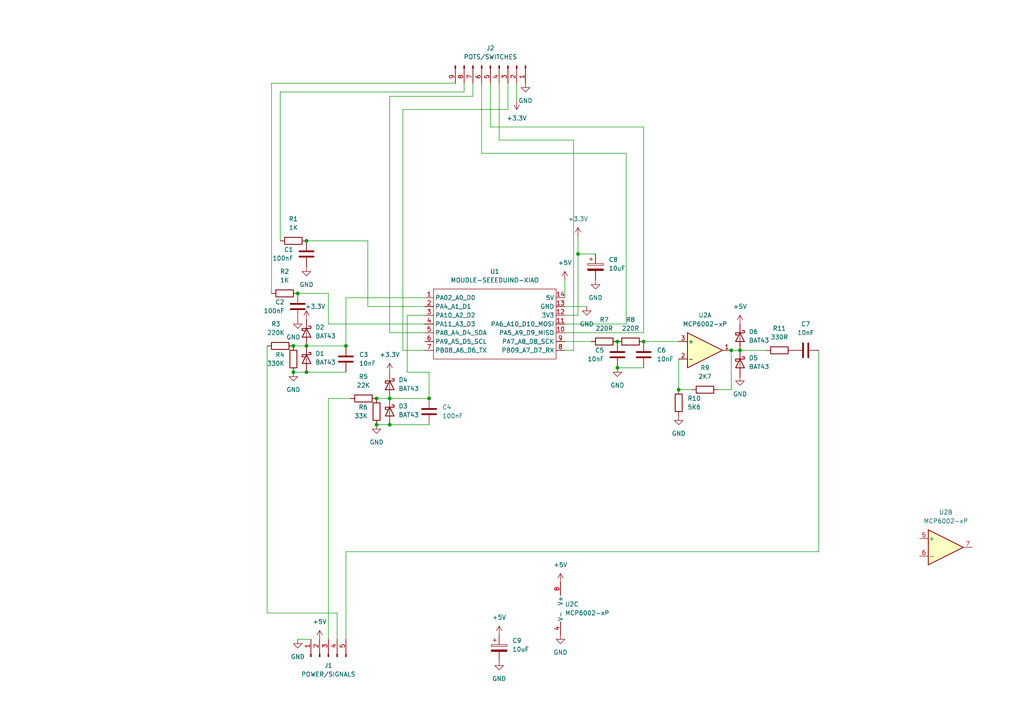
<source format=kicad_sch>
(kicad_sch (version 20230121) (generator eeschema)
  (paper "A4")
  (lib_symbols
    (symbol "Amplifier_Operational:MCP6002-xP" (pin_names (offset 0.127))
      (property "Reference" "U" (at 0 5.08 0))
      (property "Value" "MCP6002-xP" (at 0 -5.08 0))
      (symbol "MCP6002-xP_1_1"
        (polyline (pts (xy -5.08 5.08) (xy 5.08 0) (xy -5.08 -5.08) (xy -5.08 5.08)) (stroke (width 0.254)) (fill (type background)))
        (pin output line (at 7.62 0 180) (length 2.54) (name "~") (number "1"))
        (pin input line (at -7.62 -2.54 0) (length 2.54) (name "-") (number "2"))
        (pin input line (at -7.62 2.54 0) (length 2.54) (name "+") (number "3"))
      )
      (symbol "MCP6002-xP_2_1"
        (polyline (pts (xy -5.08 5.08) (xy 5.08 0) (xy -5.08 -5.08) (xy -5.08 5.08)) (stroke (width 0.254)) (fill (type background)))
        (pin input line (at -7.62 2.54 0) (length 2.54) (name "+") (number "5"))
        (pin input line (at -7.62 -2.54 0) (length 2.54) (name "-") (number "6"))
        (pin output line (at 7.62 0 180) (length 2.54) (name "~") (number "7"))
      )
      (symbol "MCP6002-xP_3_1"
        (pin power_in line (at -2.54 -7.62 90) (length 3.81) (name "V-") (number "4"))
        (pin power_in line (at -2.54 7.62 270) (length 3.81) (name "V+") (number "8"))
      )
    )
    (symbol "Connector:Conn_01x05_Pin" (pin_names (offset 1.016) hide)
      (property "Reference" "J" (at 0 7.62 0))
      (property "Value" "Conn_01x05_Pin" (at 0 -7.62 0))
      (symbol "Conn_01x05_Pin_1_1"
        (polyline (pts (xy 1.27 -5.08) (xy 0.8636 -5.08)) (stroke (width 0.1524)))
        (polyline (pts (xy 1.27 -2.54) (xy 0.8636 -2.54)) (stroke (width 0.1524)))
        (polyline (pts (xy 1.27 0) (xy 0.8636 0)) (stroke (width 0.1524)))
        (polyline (pts (xy 1.27 2.54) (xy 0.8636 2.54)) (stroke (width 0.1524)))
        (polyline (pts (xy 1.27 5.08) (xy 0.8636 5.08)) (stroke (width 0.1524)))
        (rectangle (start 0.8636 -4.953) (end 0 -5.207) (stroke (width 0.1524)) (fill (type outline)))
        (rectangle (start 0.8636 -2.413) (end 0 -2.667) (stroke (width 0.1524)) (fill (type outline)))
        (rectangle (start 0.8636 0.127) (end 0 -0.127) (stroke (width 0.1524)) (fill (type outline)))
        (rectangle (start 0.8636 2.667) (end 0 2.413) (stroke (width 0.1524)) (fill (type outline)))
        (rectangle (start 0.8636 5.207) (end 0 4.953) (stroke (width 0.1524)) (fill (type outline)))
        (pin passive line (at 5.08 5.08 180) (length 3.81) (name "Pin_1") (number "1"))
        (pin passive line (at 5.08 2.54 180) (length 3.81) (name "Pin_2") (number "2"))
        (pin passive line (at 5.08 0 180) (length 3.81) (name "Pin_3") (number "3"))
        (pin passive line (at 5.08 -2.54 180) (length 3.81) (name "Pin_4") (number "4"))
        (pin passive line (at 5.08 -5.08 180) (length 3.81) (name "Pin_5") (number "5"))
      )
    )
    (symbol "Connector:Conn_01x09_Pin" (pin_names (offset 1.016) hide)
      (property "Reference" "J" (at 0 12.7 0))
      (property "Value" "Conn_01x09_Pin" (at 0 -12.7 0))
      (symbol "Conn_01x09_Pin_1_1"
        (polyline (pts (xy 1.27 -10.16) (xy 0.8636 -10.16)) (stroke (width 0.1524)))
        (polyline (pts (xy 1.27 -7.62) (xy 0.8636 -7.62)) (stroke (width 0.1524)))
        (polyline (pts (xy 1.27 -5.08) (xy 0.8636 -5.08)) (stroke (width 0.1524)))
        (polyline (pts (xy 1.27 -2.54) (xy 0.8636 -2.54)) (stroke (width 0.1524)))
        (polyline (pts (xy 1.27 0) (xy 0.8636 0)) (stroke (width 0.1524)))
        (polyline (pts (xy 1.27 2.54) (xy 0.8636 2.54)) (stroke (width 0.1524)))
        (polyline (pts (xy 1.27 5.08) (xy 0.8636 5.08)) (stroke (width 0.1524)))
        (polyline (pts (xy 1.27 7.62) (xy 0.8636 7.62)) (stroke (width 0.1524)))
        (polyline (pts (xy 1.27 10.16) (xy 0.8636 10.16)) (stroke (width 0.1524)))
        (rectangle (start 0.8636 -10.033) (end 0 -10.287) (stroke (width 0.1524)) (fill (type outline)))
        (rectangle (start 0.8636 -7.493) (end 0 -7.747) (stroke (width 0.1524)) (fill (type outline)))
        (rectangle (start 0.8636 -4.953) (end 0 -5.207) (stroke (width 0.1524)) (fill (type outline)))
        (rectangle (start 0.8636 -2.413) (end 0 -2.667) (stroke (width 0.1524)) (fill (type outline)))
        (rectangle (start 0.8636 0.127) (end 0 -0.127) (stroke (width 0.1524)) (fill (type outline)))
        (rectangle (start 0.8636 2.667) (end 0 2.413) (stroke (width 0.1524)) (fill (type outline)))
        (rectangle (start 0.8636 5.207) (end 0 4.953) (stroke (width 0.1524)) (fill (type outline)))
        (rectangle (start 0.8636 7.747) (end 0 7.493) (stroke (width 0.1524)) (fill (type outline)))
        (rectangle (start 0.8636 10.287) (end 0 10.033) (stroke (width 0.1524)) (fill (type outline)))
        (pin passive line (at 5.08 10.16 180) (length 3.81) (name "Pin_1") (number "1"))
        (pin passive line (at 5.08 7.62 180) (length 3.81) (name "Pin_2") (number "2"))
        (pin passive line (at 5.08 5.08 180) (length 3.81) (name "Pin_3") (number "3"))
        (pin passive line (at 5.08 2.54 180) (length 3.81) (name "Pin_4") (number "4"))
        (pin passive line (at 5.08 0 180) (length 3.81) (name "Pin_5") (number "5"))
        (pin passive line (at 5.08 -2.54 180) (length 3.81) (name "Pin_6") (number "6"))
        (pin passive line (at 5.08 -5.08 180) (length 3.81) (name "Pin_7") (number "7"))
        (pin passive line (at 5.08 -7.62 180) (length 3.81) (name "Pin_8") (number "8"))
        (pin passive line (at 5.08 -10.16 180) (length 3.81) (name "Pin_9") (number "9"))
      )
    )
    (symbol "Device:C" (pin_numbers hide) (pin_names (offset 0.254))
      (property "Reference" "C" (at 0.635 2.54 0))
      (property "Value" "C" (at 0.635 -2.54 0))
      (symbol "C_0_1"
        (polyline (pts (xy -2.032 -0.762) (xy 2.032 -0.762)) (stroke (width 0.508)))
        (polyline (pts (xy -2.032 0.762) (xy 2.032 0.762)) (stroke (width 0.508)))
      )
      (symbol "C_1_1"
        (pin passive line (at 0 3.81 270) (length 2.794) (name "~") (number "1"))
        (pin passive line (at 0 -3.81 90) (length 2.794) (name "~") (number "2"))
      )
    )
    (symbol "Device:C_Polarized" (pin_numbers hide) (pin_names (offset 0.254))
      (property "Reference" "C" (at 0.635 2.54 0))
      (property "Value" "C_Polarized" (at 0.635 -2.54 0))
      (symbol "C_Polarized_0_1"
        (rectangle (start -2.286 0.508) (end 2.286 1.016))
        (polyline (pts (xy -1.778 2.286) (xy -0.762 2.286)))
        (polyline (pts (xy -1.27 2.794) (xy -1.27 1.778)))
        (rectangle (start 2.286 -0.508) (end -2.286 -1.016) (fill (type outline)))
      )
      (symbol "C_Polarized_1_1"
        (pin passive line (at 0 3.81 270) (length 2.794) (name "~") (number "1"))
        (pin passive line (at 0 -3.81 90) (length 2.794) (name "~") (number "2"))
      )
    )
    (symbol "Device:R" (pin_numbers hide) (pin_names (offset 0))
      (property "Reference" "R" (at 2.032 0 90))
      (property "Value" "R" (at 0 0 90))
      (symbol "R_0_1"
        (rectangle (start -1.016 -2.54) (end 1.016 2.54) (stroke (width 0.254)))
      )
      (symbol "R_1_1"
        (pin passive line (at 0 3.81 270) (length 1.27) (name "~") (number "1"))
        (pin passive line (at 0 -3.81 90) (length 1.27) (name "~") (number "2"))
      )
    )
    (symbol "Diode:BAT43" (pin_numbers hide) (pin_names (offset 1.016) hide)
      (property "Reference" "D" (at 0 2.54 0))
      (property "Value" "BAT43" (at 0 -2.54 0))
      (symbol "BAT43_0_1"
        (polyline (pts (xy 1.27 0) (xy -1.27 0)))
        (polyline (pts (xy 1.27 1.27) (xy 1.27 -1.27) (xy -1.27 0) (xy 1.27 1.27)) (stroke (width 0.254)))
        (polyline (pts (xy -1.905 0.635) (xy -1.905 1.27) (xy -1.27 1.27) (xy -1.27 -1.27) (xy -0.635 -1.27) (xy -0.635 -0.635)) (stroke (width 0.254)))
      )
      (symbol "BAT43_1_1"
        (pin passive line (at -3.81 0 0) (length 2.54) (name "K") (number "1"))
        (pin passive line (at 3.81 0 180) (length 2.54) (name "A") (number "2"))
      )
    )
    (symbol "MOUDLE-SEEEDUINO-XIAO:MOUDLE-SEEEDUINO-XIAO"
      (property "Reference" "U" (at -16.51 11.43 0))
      (property "Value" "MOUDLE-SEEEDUINO-XIAO" (at -3.81 -11.43 0))
      (symbol "MOUDLE-SEEEDUINO-XIAO_0_1"
        (rectangle (start -16.51 10.16) (end 19.05 -10.16))
      )
      (symbol "MOUDLE-SEEEDUINO-XIAO_1_1"
        (pin passive line (at -19.05 7.62 0) (length 2.54) (name "PA02_A0_D0") (number "1"))
        (pin passive line (at 21.59 -2.54 180) (length 2.54) (name "PA5_A9_D9_MISO") (number "10"))
        (pin passive line (at 21.59 0 180) (length 2.54) (name "PA6_A10_D10_MOSI") (number "11"))
        (pin passive line (at 21.59 2.54 180) (length 2.54) (name "3V3") (number "12"))
        (pin passive line (at 21.59 5.08 180) (length 2.54) (name "GND") (number "13"))
        (pin passive line (at 21.59 7.62 180) (length 2.54) (name "5V") (number "14"))
        (pin passive line (at -19.05 5.08 0) (length 2.54) (name "PA4_A1_D1") (number "2"))
        (pin passive line (at -19.05 2.54 0) (length 2.54) (name "PA10_A2_D2") (number "3"))
        (pin passive line (at -19.05 0 0) (length 2.54) (name "PA11_A3_D3") (number "4"))
        (pin passive line (at -19.05 -2.54 0) (length 2.54) (name "PA8_A4_D4_SDA") (number "5"))
        (pin passive line (at -19.05 -5.08 0) (length 2.54) (name "PA9_A5_D5_SCL") (number "6"))
        (pin passive line (at -19.05 -7.62 0) (length 2.54) (name "PB08_A6_D6_TX") (number "7"))
        (pin passive line (at 21.59 -7.62 180) (length 2.54) (name "PB09_A7_D7_RX") (number "8"))
        (pin passive line (at 21.59 -5.08 180) (length 2.54) (name "PA7_A8_D8_SCK") (number "9"))
      )
    )
    (symbol "power:+3.3V" (power) (pin_names (offset 0))
      (property "Value" "+3.3V" (at 0 3.556 0))
      (symbol "+3.3V_0_1"
        (polyline (pts (xy -0.762 1.27) (xy 0 2.54)))
        (polyline (pts (xy 0 0) (xy 0 2.54)))
        (polyline (pts (xy 0 2.54) (xy 0.762 1.27)))
      )
      (symbol "+3.3V_1_1"
        (pin power_in line (at 0 0 90) (length 0) hide (name "+3.3V") (number "1"))
      )
    )
    (symbol "power:+5V" (power) (pin_names (offset 0))
      (property "Value" "+5V" (at 0 3.556 0))
      (symbol "+5V_0_1"
        (polyline (pts (xy -0.762 1.27) (xy 0 2.54)))
        (polyline (pts (xy 0 0) (xy 0 2.54)))
        (polyline (pts (xy 0 2.54) (xy 0.762 1.27)))
      )
      (symbol "+5V_1_1"
        (pin power_in line (at 0 0 90) (length 0) hide (name "+5V") (number "1"))
      )
    )
    (symbol "power:GND" (power) (pin_names (offset 0))
      (property "Value" "GND" (at 0 -3.81 0))
      (symbol "GND_0_1"
        (polyline (pts (xy 0 0) (xy 0 -1.27) (xy 1.27 -1.27) (xy 0 -2.54) (xy -1.27 -1.27) (xy 0 -1.27)))
      )
      (symbol "GND_1_1"
        (pin power_in line (at 0 0 270) (length 0) hide (name "GND") (number "1"))
      )
    )
  )
  (junction (at 88.9 100.33))
  (junction (at 167.64 73.66))
  (junction (at 212.09 101.6))
  (junction (at 179.07 99.06))
  (junction (at 86.36 85.09))
  (junction (at 88.9 107.95))
  (junction (at 109.22 123.19))
  (junction (at 196.85 113.03))
  (junction (at 214.63 101.6))
  (junction (at 179.07 106.68))
  (junction (at 88.9 69.85))
  (junction (at 186.69 99.06))
  (junction (at 124.46 115.57))
  (junction (at 109.22 115.57))
  (junction (at 113.03 123.19))
  (junction (at 85.09 107.95))
  (junction (at 100.33 100.33))
  (junction (at 113.03 115.57))
  (junction (at 85.09 100.33))
  (wire (pts (xy 77.47 177.8) (xy 97.79 177.8)))
  (wire (pts (xy 167.64 73.66) (xy 167.64 68.58)))
  (wire (pts (xy 163.83 93.98) (xy 181.61 93.98)))
  (wire (pts (xy 212.09 101.6) (xy 214.63 101.6)))
  (wire (pts (xy 166.37 101.6) (xy 166.37 40.64)))
  (wire (pts (xy 123.19 93.98) (xy 95.25 93.98)))
  (wire (pts (xy 88.9 107.95) (xy 100.33 107.95)))
  (wire (pts (xy 186.69 96.52) (xy 186.69 36.83)))
  (wire (pts (xy 81.28 26.67) (xy 134.62 26.67)))
  (wire (pts (xy 106.68 88.9) (xy 106.68 69.85)))
  (wire (pts (xy 163.83 96.52) (xy 186.69 96.52)))
  (wire (pts (xy 100.33 160.02) (xy 100.33 185.42)))
  (wire (pts (xy 167.64 91.44) (xy 167.64 73.66)))
  (wire (pts (xy 109.22 123.19) (xy 113.03 123.19)))
  (wire (pts (xy 113.03 96.52) (xy 113.03 27.94)))
  (wire (pts (xy 78.74 85.09) (xy 78.74 24.13)))
  (wire (pts (xy 163.83 88.9) (xy 170.18 88.9)))
  (wire (pts (xy 149.86 24.13) (xy 149.86 29.21)))
  (wire (pts (xy 113.03 27.94) (xy 137.16 27.94)))
  (wire (pts (xy 163.83 81.28) (xy 163.83 86.36)))
  (wire (pts (xy 196.85 113.03) (xy 200.66 113.03)))
  (wire (pts (xy 116.84 101.6) (xy 116.84 31.75)))
  (wire (pts (xy 163.83 99.06) (xy 171.45 99.06)))
  (wire (pts (xy 139.7 44.45) (xy 139.7 24.13)))
  (wire (pts (xy 212.09 101.6) (xy 212.09 113.03)))
  (wire (pts (xy 81.28 69.85) (xy 81.28 26.67)))
  (wire (pts (xy 186.69 36.83) (xy 142.24 36.83)))
  (wire (pts (xy 123.19 86.36) (xy 100.33 86.36)))
  (wire (pts (xy 237.49 160.02) (xy 100.33 160.02)))
  (wire (pts (xy 144.78 40.64) (xy 144.78 24.13)))
  (wire (pts (xy 78.74 24.13) (xy 132.08 24.13)))
  (wire (pts (xy 212.09 113.03) (xy 208.28 113.03)))
  (wire (pts (xy 85.09 107.95) (xy 88.9 107.95)))
  (wire (pts (xy 181.61 44.45) (xy 139.7 44.45)))
  (wire (pts (xy 147.32 31.75) (xy 147.32 24.13)))
  (wire (pts (xy 123.19 91.44) (xy 118.11 91.44)))
  (wire (pts (xy 109.22 115.57) (xy 113.03 115.57)))
  (wire (pts (xy 106.68 69.85) (xy 88.9 69.85)))
  (wire (pts (xy 123.19 88.9) (xy 106.68 88.9)))
  (wire (pts (xy 181.61 93.98) (xy 181.61 44.45)))
  (wire (pts (xy 123.19 96.52) (xy 113.03 96.52)))
  (wire (pts (xy 118.11 107.95) (xy 124.46 107.95)))
  (wire (pts (xy 124.46 107.95) (xy 124.46 115.57)))
  (wire (pts (xy 97.79 177.8) (xy 97.79 185.42)))
  (wire (pts (xy 163.83 91.44) (xy 167.64 91.44)))
  (wire (pts (xy 237.49 101.6) (xy 237.49 160.02)))
  (wire (pts (xy 113.03 123.19) (xy 124.46 123.19)))
  (wire (pts (xy 95.25 85.09) (xy 86.36 85.09)))
  (wire (pts (xy 196.85 104.14) (xy 196.85 113.03)))
  (wire (pts (xy 214.63 101.6) (xy 222.25 101.6)))
  (wire (pts (xy 88.9 100.33) (xy 100.33 100.33)))
  (wire (pts (xy 85.09 100.33) (xy 88.9 100.33)))
  (wire (pts (xy 134.62 26.67) (xy 134.62 24.13)))
  (wire (pts (xy 100.33 86.36) (xy 100.33 100.33)))
  (wire (pts (xy 86.36 185.42) (xy 90.17 185.42)))
  (wire (pts (xy 113.03 115.57) (xy 124.46 115.57)))
  (wire (pts (xy 77.47 100.33) (xy 77.47 177.8)))
  (wire (pts (xy 166.37 40.64) (xy 144.78 40.64)))
  (wire (pts (xy 116.84 31.75) (xy 147.32 31.75)))
  (wire (pts (xy 167.64 73.66) (xy 172.72 73.66)))
  (wire (pts (xy 142.24 36.83) (xy 142.24 24.13)))
  (wire (pts (xy 123.19 101.6) (xy 116.84 101.6)))
  (wire (pts (xy 95.25 93.98) (xy 95.25 85.09)))
  (wire (pts (xy 101.6 115.57) (xy 95.25 115.57)))
  (wire (pts (xy 95.25 115.57) (xy 95.25 185.42)))
  (wire (pts (xy 179.07 106.68) (xy 186.69 106.68)))
  (wire (pts (xy 137.16 27.94) (xy 137.16 24.13)))
  (wire (pts (xy 118.11 91.44) (xy 118.11 107.95)))
  (wire (pts (xy 163.83 101.6) (xy 166.37 101.6)))
  (wire (pts (xy 186.69 99.06) (xy 196.85 99.06)))
  (symbol (lib_id "power:GND") (at 86.36 185.42 0) (unit 1)
    (property "Reference" "#PWR019" (effects hide))
    (property "Value" "GND" (at 86.36 190.5 0))
  )
  (symbol (lib_id "Device:R") (at 226.06 101.6 270) (unit 1)
    (property "Reference" "R11" (at 226.06 95.25 90))
    (property "Value" "330R" (at 226.06 97.79 90))
    (property "Footprint" "Resistor_THT:R_Axial_DIN0207_L6.3mm_D2.5mm_P10.16mm_Horizontal" (effects hide))
  )
  (symbol (lib_id "power:GND") (at 109.22 123.19 0) (unit 1)
    (property "Reference" "#PWR05" (effects hide))
    (property "Value" "GND" (at 109.22 128.27 0))
  )
  (symbol (lib_id "power:GND") (at 214.63 109.22 0) (unit 1)
    (property "Reference" "#PWR016" (effects hide))
    (property "Value" "GND" (at 214.63 114.3 0))
  )
  (symbol (lib_id "Diode:BAT43") (at 113.03 111.76 270) (unit 1)
    (property "Reference" "D4" (at 115.57 110.1725 90) (effects (justify left)))
    (property "Value" "BAT43" (at 115.57 112.7125 90) (effects (justify left)))
    (property "Footprint" "Diode_THT:D_DO-35_SOD27_P7.62mm_Horizontal" (effects hide))
    (property "Datasheet" "http://www.vishay.com/docs/85660/bat42.pdf" (effects hide))
  )
  (symbol (lib_id "power:+3.3V") (at 113.03 107.95 0) (unit 1)
    (property "Reference" "#PWR06" (effects hide))
    (property "Value" "+3.3V" (at 113.03 102.87 0))
  )
  (symbol (lib_id "Device:C") (at 88.9 73.66 0) (mirror y) (unit 1)
    (property "Reference" "C1" (at 85.09 72.39 0) (effects (justify left)))
    (property "Value" "100nF" (at 85.09 74.93 0) (effects (justify left)))
    (property "Footprint" "Capacitor_THT:C_Disc_D5.0mm_W2.5mm_P5.00mm" (effects hide))
  )
  (symbol (lib_id "Device:R") (at 81.28 100.33 270) (unit 1)
    (property "Reference" "R3" (at 80.01 93.98 90))
    (property "Value" "220K" (at 80.01 96.52 90))
    (property "Footprint" "Resistor_THT:R_Axial_DIN0207_L6.3mm_D2.5mm_P10.16mm_Horizontal" (effects hide))
  )
  (symbol (lib_id "MOUDLE-SEEEDUINO-XIAO:MOUDLE-SEEEDUINO-XIAO") (at 142.24 93.98 0) (unit 1)
    (property "Reference" "U1" (at 143.51 78.74 0))
    (property "Value" "MOUDLE-SEEEDUINO-XIAO" (at 143.51 81.28 0))
    (property "Footprint" "footprints:MOUDLE14P-2.54-21X17.8MM" (effects hide))
  )
  (symbol (lib_id "Diode:BAT43") (at 214.63 105.41 270) (unit 1)
    (property "Reference" "D5" (at 217.17 103.8225 90) (effects (justify left)))
    (property "Value" "BAT43" (at 217.17 106.3625 90) (effects (justify left)))
    (property "Footprint" "Diode_THT:D_DO-35_SOD27_P7.62mm_Horizontal" (effects hide))
    (property "Datasheet" "http://www.vishay.com/docs/85660/bat42.pdf" (effects hide))
  )
  (symbol (lib_id "Connector:Conn_01x09_Pin") (at 142.24 19.05 270) (unit 1)
    (property "Reference" "J2" (at 142.24 13.97 90))
    (property "Value" "POTS/SWITCHES" (at 142.24 16.51 90))
    (property "Footprint" "Connector_PinHeader_2.54mm:PinHeader_1x09_P2.54mm_Horizontal" (effects hide))
  )
  (symbol (lib_id "power:+5V") (at 92.71 185.42 0) (unit 1)
    (property "Reference" "#PWR018" (effects hide))
    (property "Value" "+5V" (at 92.71 180.34 0))
  )
  (symbol (lib_id "power:GND") (at 162.56 184.15 0) (unit 1)
    (property "Reference" "#PWR013" (effects hide))
    (property "Value" "GND" (at 162.56 189.23 0))
  )
  (symbol (lib_id "Device:R") (at 204.47 113.03 270) (unit 1)
    (property "Reference" "R9" (at 204.47 106.68 90))
    (property "Value" "2K7" (at 204.47 109.22 90))
    (property "Footprint" "Resistor_THT:R_Axial_DIN0207_L6.3mm_D2.5mm_P10.16mm_Horizontal" (effects hide))
  )
  (symbol (lib_id "power:+3.3V") (at 167.64 68.58 0) (unit 1)
    (property "Reference" "#PWR07" (effects hide))
    (property "Value" "+3.3V" (at 167.64 63.5 0))
  )
  (symbol (lib_id "power:GND") (at 172.72 81.28 0) (unit 1)
    (property "Reference" "#PWR08" (effects hide))
    (property "Value" "GND" (at 172.72 86.36 0))
  )
  (symbol (lib_id "Device:C") (at 100.33 104.14 0) (unit 1)
    (property "Reference" "C3" (at 104.14 102.87 0) (effects (justify left)))
    (property "Value" "10nF" (at 104.14 105.41 0) (effects (justify left)))
    (property "Footprint" "Capacitor_THT:C_Disc_D5.0mm_W2.5mm_P5.00mm" (effects hide))
  )
  (symbol (lib_id "Device:C") (at 186.69 102.87 0) (unit 1)
    (property "Reference" "C6" (at 190.5 101.6 0) (effects (justify left)))
    (property "Value" "10nF" (at 190.5 104.14 0) (effects (justify left)))
    (property "Footprint" "Capacitor_THT:C_Disc_D5.0mm_W2.5mm_P5.00mm" (effects hide))
  )
  (symbol (lib_id "power:+3.3V") (at 149.86 29.21 0) (mirror x) (unit 1)
    (property "Reference" "#PWR021" (effects hide))
    (property "Value" "+3.3V" (at 149.86 34.29 0))
  )
  (symbol (lib_id "Device:C") (at 233.68 101.6 270) (unit 1)
    (property "Reference" "C7" (at 233.68 93.98 90))
    (property "Value" "10nF" (at 233.68 96.52 90))
    (property "Footprint" "Capacitor_THT:C_Disc_D5.0mm_W2.5mm_P5.00mm" (effects hide))
  )
  (symbol (lib_id "Device:R") (at 175.26 99.06 270) (unit 1)
    (property "Reference" "R7" (at 175.26 92.71 90))
    (property "Value" "220R" (at 175.26 95.25 90))
    (property "Footprint" "Resistor_THT:R_Axial_DIN0207_L6.3mm_D2.5mm_P10.16mm_Horizontal" (effects hide))
  )
  (symbol (lib_id "power:+5V") (at 144.78 184.15 0) (unit 1)
    (property "Reference" "#PWR010" (effects hide))
    (property "Value" "+5V" (at 144.78 179.07 0))
  )
  (symbol (lib_id "Device:R") (at 105.41 115.57 270) (unit 1)
    (property "Reference" "R5" (at 105.41 109.22 90))
    (property "Value" "22K" (at 105.41 111.76 90))
    (property "Footprint" "Resistor_THT:R_Axial_DIN0207_L6.3mm_D2.5mm_P10.16mm_Horizontal" (effects hide))
  )
  (symbol (lib_id "power:+3.3V") (at 88.9 92.71 0) (unit 1)
    (property "Reference" "#PWR03" (effects hide))
    (property "Value" "+3.3V" (at 91.44 88.9 0))
  )
  (symbol (lib_id "Device:C_Polarized") (at 172.72 77.47 0) (unit 1)
    (property "Reference" "C8" (at 176.53 75.311 0) (effects (justify left)))
    (property "Value" "10uF" (at 176.53 77.851 0) (effects (justify left)))
    (property "Footprint" "Capacitor_THT:CP_Radial_D5.0mm_P2.50mm" (effects hide))
  )
  (symbol (lib_id "power:GND") (at 196.85 120.65 0) (unit 1)
    (property "Reference" "#PWR015" (effects hide))
    (property "Value" "GND" (at 196.85 125.73 0))
  )
  (symbol (lib_id "power:GND") (at 179.07 106.68 0) (unit 1)
    (property "Reference" "#PWR022" (effects hide))
    (property "Value" "GND" (at 179.07 111.76 0))
  )
  (symbol (lib_id "Diode:BAT43") (at 113.03 119.38 270) (unit 1)
    (property "Reference" "D3" (at 115.57 117.7925 90) (effects (justify left)))
    (property "Value" "BAT43" (at 115.57 120.3325 90) (effects (justify left)))
    (property "Footprint" "Diode_THT:D_DO-35_SOD27_P7.62mm_Horizontal" (effects hide))
    (property "Datasheet" "http://www.vishay.com/docs/85660/bat42.pdf" (effects hide))
  )
  (symbol (lib_id "Device:C_Polarized") (at 144.78 187.96 0) (unit 1)
    (property "Reference" "C9" (at 148.59 185.801 0) (effects (justify left)))
    (property "Value" "10uF" (at 148.59 188.341 0) (effects (justify left)))
    (property "Footprint" "Capacitor_THT:CP_Radial_D5.0mm_P2.50mm" (effects hide))
  )
  (symbol (lib_id "power:GND") (at 85.09 107.95 0) (unit 1)
    (property "Reference" "#PWR04" (effects hide))
    (property "Value" "GND" (at 85.09 113.03 0))
  )
  (symbol (lib_id "Device:C") (at 86.36 88.9 0) (mirror y) (unit 1)
    (property "Reference" "C2" (at 82.55 87.63 0) (effects (justify left)))
    (property "Value" "100nF" (at 82.55 90.17 0) (effects (justify left)))
    (property "Footprint" "Capacitor_THT:C_Disc_D5.0mm_W2.5mm_P5.00mm" (effects hide))
  )
  (symbol (lib_id "Device:R") (at 85.09 104.14 0) (mirror y) (unit 1)
    (property "Reference" "R4" (at 82.55 102.87 0) (effects (justify left)))
    (property "Value" "330K" (at 82.55 105.41 0) (effects (justify left)))
    (property "Footprint" "Resistor_THT:R_Axial_DIN0207_L6.3mm_D2.5mm_P10.16mm_Horizontal" (effects hide))
  )
  (symbol (lib_id "Device:R") (at 85.09 69.85 270) (unit 1)
    (property "Reference" "R1" (at 85.09 63.5 90))
    (property "Value" "1K" (at 85.09 66.04 90))
    (property "Footprint" "Resistor_THT:R_Axial_DIN0207_L6.3mm_D2.5mm_P10.16mm_Horizontal" (effects hide))
  )
  (symbol (lib_id "Diode:BAT43") (at 214.63 97.79 270) (unit 1)
    (property "Reference" "D6" (at 217.17 96.2025 90) (effects (justify left)))
    (property "Value" "BAT43" (at 217.17 98.7425 90) (effects (justify left)))
    (property "Footprint" "Diode_THT:D_DO-35_SOD27_P7.62mm_Horizontal" (effects hide))
    (property "Datasheet" "http://www.vishay.com/docs/85660/bat42.pdf" (effects hide))
  )
  (symbol (lib_id "power:GND") (at 88.9 77.47 0) (unit 1)
    (property "Reference" "#PWR01" (effects hide))
    (property "Value" "GND" (at 88.9 82.55 0))
  )
  (symbol (lib_id "power:GND") (at 152.4 24.13 0) (unit 1)
    (property "Reference" "#PWR020" (effects hide))
    (property "Value" "GND" (at 152.4 29.21 0))
  )
  (symbol (lib_id "Device:R") (at 82.55 85.09 270) (unit 1)
    (property "Reference" "R2" (at 82.55 78.74 90))
    (property "Value" "1K" (at 82.55 81.28 90))
    (property "Footprint" "Resistor_THT:R_Axial_DIN0207_L6.3mm_D2.5mm_P10.16mm_Horizontal" (effects hide))
  )
  (symbol (lib_id "Diode:BAT43") (at 88.9 96.52 270) (unit 1)
    (property "Reference" "D2" (at 91.44 94.9325 90) (effects (justify left)))
    (property "Value" "BAT43" (at 91.44 97.4725 90) (effects (justify left)))
    (property "Footprint" "Diode_THT:D_DO-35_SOD27_P7.62mm_Horizontal" (effects hide))
    (property "Datasheet" "http://www.vishay.com/docs/85660/bat42.pdf" (effects hide))
  )
  (symbol (lib_id "power:GND") (at 144.78 191.77 0) (unit 1)
    (property "Reference" "#PWR09" (effects hide))
    (property "Value" "GND" (at 144.78 196.85 0))
  )
  (symbol (lib_id "Device:C") (at 124.46 119.38 0) (unit 1)
    (property "Reference" "C4" (at 128.27 118.11 0) (effects (justify left)))
    (property "Value" "100nF" (at 128.27 120.65 0) (effects (justify left)))
    (property "Footprint" "Capacitor_THT:C_Disc_D5.0mm_W2.5mm_P5.00mm" (effects hide))
  )
  (symbol (lib_id "Device:R") (at 196.85 116.84 0) (unit 1)
    (property "Reference" "R10" (at 199.39 115.57 0) (effects (justify left)))
    (property "Value" "5K6" (at 199.39 118.11 0) (effects (justify left)))
    (property "Footprint" "Resistor_THT:R_Axial_DIN0207_L6.3mm_D2.5mm_P10.16mm_Horizontal" (effects hide))
  )
  (symbol (lib_id "power:+5V") (at 162.56 168.91 0) (unit 1)
    (property "Reference" "#PWR014" (effects hide))
    (property "Value" "+5V" (at 162.56 163.83 0))
  )
  (symbol (lib_id "power:+5V") (at 214.63 93.98 0) (unit 1)
    (property "Reference" "#PWR017" (effects hide))
    (property "Value" "+5V" (at 214.63 88.9 0))
  )
  (symbol (lib_id "Device:R") (at 182.88 99.06 270) (unit 1)
    (property "Reference" "R8" (at 182.88 92.71 90))
    (property "Value" "220R" (at 182.88 95.25 90))
    (property "Footprint" "Resistor_THT:R_Axial_DIN0207_L6.3mm_D2.5mm_P10.16mm_Horizontal" (effects hide))
  )
  (symbol (lib_id "Connector:Conn_01x05_Pin") (at 95.25 190.5 90) (unit 1)
    (property "Reference" "J1" (at 95.25 193.04 90))
    (property "Value" "POWER/SIGNALS" (at 95.25 195.58 90))
    (property "Footprint" "Connector_PinHeader_2.54mm:PinHeader_1x05_P2.54mm_Horizontal" (effects hide))
  )
  (symbol (lib_id "power:+5V") (at 163.83 81.28 0) (unit 1)
    (property "Reference" "#PWR011" (effects hide))
    (property "Value" "+5V" (at 163.83 76.2 0))
  )
  (symbol (lib_id "Amplifier_Operational:MCP6002-xP") (at 204.47 101.6 0) (unit 1)
    (property "Reference" "U2" (at 204.47 91.44 0))
    (property "Value" "MCP6002-xP" (at 204.47 93.98 0))
    (property "Footprint" "Package_DIP:DIP-8_W7.62mm_Socket" (effects hide))
    (property "Datasheet" "http://ww1.microchip.com/downloads/en/DeviceDoc/21733j.pdf" (effects hide))
  )
  (symbol (lib_id "Device:C") (at 179.07 102.87 0) (mirror y) (unit 1)
    (property "Reference" "C5" (at 175.26 101.6 0) (effects (justify left)))
    (property "Value" "10nF" (at 175.26 104.14 0) (effects (justify left)))
    (property "Footprint" "Capacitor_THT:C_Disc_D5.0mm_W2.5mm_P5.00mm" (effects hide))
  )
  (symbol (lib_id "Amplifier_Operational:MCP6002-xP") (at 165.1 176.53 0) (unit 3)
    (property "Reference" "U2" (at 163.83 175.26 0) (effects (justify left)))
    (property "Value" "MCP6002-xP" (at 163.83 177.8 0) (effects (justify left)))
    (property "Footprint" "Package_DIP:DIP-8_W7.62mm_Socket" (effects hide))
    (property "Datasheet" "http://ww1.microchip.com/downloads/en/DeviceDoc/21733j.pdf" (effects hide))
  )
  (symbol (lib_id "power:GND") (at 170.18 88.9 0) (unit 1)
    (property "Reference" "#PWR012" (effects hide))
    (property "Value" "GND" (at 170.18 93.98 0))
  )
  (symbol (lib_id "Device:R") (at 109.22 119.38 0) (mirror y) (unit 1)
    (property "Reference" "R6" (at 106.68 118.11 0) (effects (justify left)))
    (property "Value" "33K" (at 106.68 120.65 0) (effects (justify left)))
    (property "Footprint" "Resistor_THT:R_Axial_DIN0207_L6.3mm_D2.5mm_P10.16mm_Horizontal" (effects hide))
  )
  (symbol (lib_id "Diode:BAT43") (at 88.9 104.14 270) (unit 1)
    (property "Reference" "D1" (at 91.44 102.5525 90) (effects (justify left)))
    (property "Value" "BAT43" (at 91.44 105.0925 90) (effects (justify left)))
    (property "Footprint" "Diode_THT:D_DO-35_SOD27_P7.62mm_Horizontal" (effects hide))
    (property "Datasheet" "http://www.vishay.com/docs/85660/bat42.pdf" (effects hide))
  )
  (symbol (lib_id "Amplifier_Operational:MCP6002-xP") (at 274.32 158.75 0) (unit 2)
    (property "Reference" "U2" (at 274.32 148.59 0))
    (property "Value" "MCP6002-xP" (at 274.32 151.13 0))
    (property "Footprint" "Package_DIP:DIP-8_W7.62mm_Socket" (effects hide))
    (property "Datasheet" "http://ww1.microchip.com/downloads/en/DeviceDoc/21733j.pdf" (effects hide))
  )
  (symbol (lib_id "power:GND") (at 86.36 92.71 0) (unit 1)
    (property "Reference" "#PWR02" (effects hide))
    (property "Value" "GND" (at 85.09 97.79 0))
  )
)
</source>
